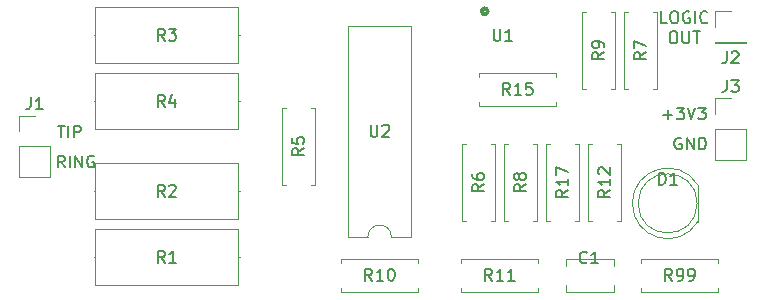
<source format=gto>
G04 #@! TF.GenerationSoftware,KiCad,Pcbnew,5.0.2-bee76a0~70~ubuntu18.04.1*
G04 #@! TF.CreationDate,2019-03-23T13:43:10-04:00*
G04 #@! TF.ProjectId,linemonitor,6c696e65-6d6f-46e6-9974-6f722e6b6963,rev?*
G04 #@! TF.SameCoordinates,Original*
G04 #@! TF.FileFunction,Legend,Top*
G04 #@! TF.FilePolarity,Positive*
%FSLAX46Y46*%
G04 Gerber Fmt 4.6, Leading zero omitted, Abs format (unit mm)*
G04 Created by KiCad (PCBNEW 5.0.2-bee76a0~70~ubuntu18.04.1) date Sat 23 Mar 2019 01:43:10 PM EDT*
%MOMM*%
%LPD*%
G01*
G04 APERTURE LIST*
%ADD10C,0.200000*%
%ADD11C,0.120000*%
%ADD12C,0.300000*%
%ADD13C,0.150000*%
G04 APERTURE END LIST*
D10*
X122118619Y-88883380D02*
X121642428Y-88883380D01*
X121642428Y-87883380D01*
X122642428Y-87883380D02*
X122832904Y-87883380D01*
X122928142Y-87931000D01*
X123023380Y-88026238D01*
X123071000Y-88216714D01*
X123071000Y-88550047D01*
X123023380Y-88740523D01*
X122928142Y-88835761D01*
X122832904Y-88883380D01*
X122642428Y-88883380D01*
X122547190Y-88835761D01*
X122451952Y-88740523D01*
X122404333Y-88550047D01*
X122404333Y-88216714D01*
X122451952Y-88026238D01*
X122547190Y-87931000D01*
X122642428Y-87883380D01*
X124023380Y-87931000D02*
X123928142Y-87883380D01*
X123785285Y-87883380D01*
X123642428Y-87931000D01*
X123547190Y-88026238D01*
X123499571Y-88121476D01*
X123451952Y-88311952D01*
X123451952Y-88454809D01*
X123499571Y-88645285D01*
X123547190Y-88740523D01*
X123642428Y-88835761D01*
X123785285Y-88883380D01*
X123880523Y-88883380D01*
X124023380Y-88835761D01*
X124071000Y-88788142D01*
X124071000Y-88454809D01*
X123880523Y-88454809D01*
X124499571Y-88883380D02*
X124499571Y-87883380D01*
X125547190Y-88788142D02*
X125499571Y-88835761D01*
X125356714Y-88883380D01*
X125261476Y-88883380D01*
X125118619Y-88835761D01*
X125023380Y-88740523D01*
X124975761Y-88645285D01*
X124928142Y-88454809D01*
X124928142Y-88311952D01*
X124975761Y-88121476D01*
X125023380Y-88026238D01*
X125118619Y-87931000D01*
X125261476Y-87883380D01*
X125356714Y-87883380D01*
X125499571Y-87931000D01*
X125547190Y-87978619D01*
X122571000Y-89583380D02*
X122761476Y-89583380D01*
X122856714Y-89631000D01*
X122951952Y-89726238D01*
X122999571Y-89916714D01*
X122999571Y-90250047D01*
X122951952Y-90440523D01*
X122856714Y-90535761D01*
X122761476Y-90583380D01*
X122571000Y-90583380D01*
X122475761Y-90535761D01*
X122380523Y-90440523D01*
X122332904Y-90250047D01*
X122332904Y-89916714D01*
X122380523Y-89726238D01*
X122475761Y-89631000D01*
X122571000Y-89583380D01*
X123428142Y-89583380D02*
X123428142Y-90392904D01*
X123475761Y-90488142D01*
X123523380Y-90535761D01*
X123618619Y-90583380D01*
X123809095Y-90583380D01*
X123904333Y-90535761D01*
X123951952Y-90488142D01*
X123999571Y-90392904D01*
X123999571Y-89583380D01*
X124332904Y-89583380D02*
X124904333Y-89583380D01*
X124618619Y-90583380D02*
X124618619Y-89583380D01*
X121809095Y-96654928D02*
X122571000Y-96654928D01*
X122190047Y-97035880D02*
X122190047Y-96273976D01*
X122951952Y-96035880D02*
X123571000Y-96035880D01*
X123237666Y-96416833D01*
X123380523Y-96416833D01*
X123475761Y-96464452D01*
X123523380Y-96512071D01*
X123571000Y-96607309D01*
X123571000Y-96845404D01*
X123523380Y-96940642D01*
X123475761Y-96988261D01*
X123380523Y-97035880D01*
X123094809Y-97035880D01*
X122999571Y-96988261D01*
X122951952Y-96940642D01*
X123856714Y-96035880D02*
X124190047Y-97035880D01*
X124523380Y-96035880D01*
X124761476Y-96035880D02*
X125380523Y-96035880D01*
X125047190Y-96416833D01*
X125190047Y-96416833D01*
X125285285Y-96464452D01*
X125332904Y-96512071D01*
X125380523Y-96607309D01*
X125380523Y-96845404D01*
X125332904Y-96940642D01*
X125285285Y-96988261D01*
X125190047Y-97035880D01*
X124904333Y-97035880D01*
X124809095Y-96988261D01*
X124761476Y-96940642D01*
X123317095Y-98623500D02*
X123221857Y-98575880D01*
X123079000Y-98575880D01*
X122936142Y-98623500D01*
X122840904Y-98718738D01*
X122793285Y-98813976D01*
X122745666Y-99004452D01*
X122745666Y-99147309D01*
X122793285Y-99337785D01*
X122840904Y-99433023D01*
X122936142Y-99528261D01*
X123079000Y-99575880D01*
X123174238Y-99575880D01*
X123317095Y-99528261D01*
X123364714Y-99480642D01*
X123364714Y-99147309D01*
X123174238Y-99147309D01*
X123793285Y-99575880D02*
X123793285Y-98575880D01*
X124364714Y-99575880D01*
X124364714Y-98575880D01*
X124840904Y-99575880D02*
X124840904Y-98575880D01*
X125079000Y-98575880D01*
X125221857Y-98623500D01*
X125317095Y-98718738D01*
X125364714Y-98813976D01*
X125412333Y-99004452D01*
X125412333Y-99147309D01*
X125364714Y-99337785D01*
X125317095Y-99433023D01*
X125221857Y-99528261D01*
X125079000Y-99575880D01*
X124840904Y-99575880D01*
X71120119Y-101099880D02*
X70786785Y-100623690D01*
X70548690Y-101099880D02*
X70548690Y-100099880D01*
X70929642Y-100099880D01*
X71024880Y-100147500D01*
X71072500Y-100195119D01*
X71120119Y-100290357D01*
X71120119Y-100433214D01*
X71072500Y-100528452D01*
X71024880Y-100576071D01*
X70929642Y-100623690D01*
X70548690Y-100623690D01*
X71548690Y-101099880D02*
X71548690Y-100099880D01*
X72024880Y-101099880D02*
X72024880Y-100099880D01*
X72596309Y-101099880D01*
X72596309Y-100099880D01*
X73596309Y-100147500D02*
X73501071Y-100099880D01*
X73358214Y-100099880D01*
X73215357Y-100147500D01*
X73120119Y-100242738D01*
X73072500Y-100337976D01*
X73024880Y-100528452D01*
X73024880Y-100671309D01*
X73072500Y-100861785D01*
X73120119Y-100957023D01*
X73215357Y-101052261D01*
X73358214Y-101099880D01*
X73453452Y-101099880D01*
X73596309Y-101052261D01*
X73643928Y-101004642D01*
X73643928Y-100671309D01*
X73453452Y-100671309D01*
X70540690Y-97559880D02*
X71112119Y-97559880D01*
X70826404Y-98559880D02*
X70826404Y-97559880D01*
X71445452Y-98559880D02*
X71445452Y-97559880D01*
X71921642Y-98559880D02*
X71921642Y-97559880D01*
X72302595Y-97559880D01*
X72397833Y-97607500D01*
X72445452Y-97655119D01*
X72493071Y-97750357D01*
X72493071Y-97893214D01*
X72445452Y-97988452D01*
X72397833Y-98036071D01*
X72302595Y-98083690D01*
X71921642Y-98083690D01*
D11*
G04 #@! TO.C,C1*
X117610000Y-111656000D02*
X113570000Y-111656000D01*
X117610000Y-108816000D02*
X113570000Y-108816000D01*
X117610000Y-111656000D02*
X117610000Y-111031000D01*
X117610000Y-109441000D02*
X117610000Y-108816000D01*
X113570000Y-111656000D02*
X113570000Y-111031000D01*
X113570000Y-109441000D02*
X113570000Y-108816000D01*
G04 #@! TO.C,R1*
X85826000Y-111082000D02*
X85826000Y-106342000D01*
X85826000Y-106342000D02*
X73686000Y-106342000D01*
X73686000Y-106342000D02*
X73686000Y-111082000D01*
X73686000Y-111082000D02*
X85826000Y-111082000D01*
X85936000Y-108712000D02*
X85826000Y-108712000D01*
X73576000Y-108712000D02*
X73686000Y-108712000D01*
G04 #@! TO.C,R2*
X73576000Y-103124000D02*
X73686000Y-103124000D01*
X85936000Y-103124000D02*
X85826000Y-103124000D01*
X73686000Y-105494000D02*
X85826000Y-105494000D01*
X73686000Y-100754000D02*
X73686000Y-105494000D01*
X85826000Y-100754000D02*
X73686000Y-100754000D01*
X85826000Y-105494000D02*
X85826000Y-100754000D01*
G04 #@! TO.C,R3*
X85826000Y-92286000D02*
X85826000Y-87546000D01*
X85826000Y-87546000D02*
X73686000Y-87546000D01*
X73686000Y-87546000D02*
X73686000Y-92286000D01*
X73686000Y-92286000D02*
X85826000Y-92286000D01*
X85936000Y-89916000D02*
X85826000Y-89916000D01*
X73576000Y-89916000D02*
X73686000Y-89916000D01*
G04 #@! TO.C,R4*
X73576000Y-95504000D02*
X73686000Y-95504000D01*
X85936000Y-95504000D02*
X85826000Y-95504000D01*
X73686000Y-97874000D02*
X85826000Y-97874000D01*
X73686000Y-93134000D02*
X73686000Y-97874000D01*
X85826000Y-93134000D02*
X73686000Y-93134000D01*
X85826000Y-97874000D02*
X85826000Y-93134000D01*
G04 #@! TO.C,R5*
X89892000Y-102584000D02*
X89562000Y-102584000D01*
X89562000Y-102584000D02*
X89562000Y-96044000D01*
X89562000Y-96044000D02*
X89892000Y-96044000D01*
X91972000Y-102584000D02*
X92302000Y-102584000D01*
X92302000Y-102584000D02*
X92302000Y-96044000D01*
X92302000Y-96044000D02*
X91972000Y-96044000D01*
G04 #@! TO.C,R6*
X107542000Y-99092000D02*
X107212000Y-99092000D01*
X107542000Y-105632000D02*
X107542000Y-99092000D01*
X107212000Y-105632000D02*
X107542000Y-105632000D01*
X104802000Y-99092000D02*
X105132000Y-99092000D01*
X104802000Y-105632000D02*
X104802000Y-99092000D01*
X105132000Y-105632000D02*
X104802000Y-105632000D01*
G04 #@! TO.C,R7*
X120928000Y-87916000D02*
X121258000Y-87916000D01*
X121258000Y-87916000D02*
X121258000Y-94456000D01*
X121258000Y-94456000D02*
X120928000Y-94456000D01*
X118848000Y-87916000D02*
X118518000Y-87916000D01*
X118518000Y-87916000D02*
X118518000Y-94456000D01*
X118518000Y-94456000D02*
X118848000Y-94456000D01*
G04 #@! TO.C,R8*
X108358000Y-105632000D02*
X108688000Y-105632000D01*
X108358000Y-99092000D02*
X108358000Y-105632000D01*
X108688000Y-99092000D02*
X108358000Y-99092000D01*
X111098000Y-105632000D02*
X110768000Y-105632000D01*
X111098000Y-99092000D02*
X111098000Y-105632000D01*
X110768000Y-99092000D02*
X111098000Y-99092000D01*
G04 #@! TO.C,R9*
X117372000Y-87916000D02*
X117702000Y-87916000D01*
X117702000Y-87916000D02*
X117702000Y-94456000D01*
X117702000Y-94456000D02*
X117372000Y-94456000D01*
X115292000Y-87916000D02*
X114962000Y-87916000D01*
X114962000Y-87916000D02*
X114962000Y-94456000D01*
X114962000Y-94456000D02*
X115292000Y-94456000D01*
G04 #@! TO.C,R10*
X94520000Y-108866000D02*
X94520000Y-109196000D01*
X101060000Y-108866000D02*
X94520000Y-108866000D01*
X101060000Y-109196000D02*
X101060000Y-108866000D01*
X94520000Y-111606000D02*
X94520000Y-111276000D01*
X101060000Y-111606000D02*
X94520000Y-111606000D01*
X101060000Y-111276000D02*
X101060000Y-111606000D01*
G04 #@! TO.C,R11*
X104680000Y-108866000D02*
X104680000Y-109196000D01*
X111220000Y-108866000D02*
X104680000Y-108866000D01*
X111220000Y-109196000D02*
X111220000Y-108866000D01*
X104680000Y-111606000D02*
X104680000Y-111276000D01*
X111220000Y-111606000D02*
X104680000Y-111606000D01*
X111220000Y-111276000D02*
X111220000Y-111606000D01*
G04 #@! TO.C,R12*
X115800000Y-105632000D02*
X115470000Y-105632000D01*
X115470000Y-105632000D02*
X115470000Y-99092000D01*
X115470000Y-99092000D02*
X115800000Y-99092000D01*
X117880000Y-105632000D02*
X118210000Y-105632000D01*
X118210000Y-105632000D02*
X118210000Y-99092000D01*
X118210000Y-99092000D02*
X117880000Y-99092000D01*
G04 #@! TO.C,R15*
X106204000Y-93118000D02*
X106204000Y-93448000D01*
X112744000Y-93118000D02*
X106204000Y-93118000D01*
X112744000Y-93448000D02*
X112744000Y-93118000D01*
X106204000Y-95858000D02*
X106204000Y-95528000D01*
X112744000Y-95858000D02*
X106204000Y-95858000D01*
X112744000Y-95528000D02*
X112744000Y-95858000D01*
G04 #@! TO.C,R17*
X112244000Y-105632000D02*
X111914000Y-105632000D01*
X111914000Y-105632000D02*
X111914000Y-99092000D01*
X111914000Y-99092000D02*
X112244000Y-99092000D01*
X114324000Y-105632000D02*
X114654000Y-105632000D01*
X114654000Y-105632000D02*
X114654000Y-99092000D01*
X114654000Y-99092000D02*
X114324000Y-99092000D01*
D12*
G04 #@! TO.C,U1*
X106934000Y-87884000D02*
G75*
G03X106934000Y-87884000I-254000J0D01*
G01*
D11*
G04 #@! TO.C,U2*
X96790000Y-106994000D02*
G75*
G02X98790000Y-106994000I1000000J0D01*
G01*
X98790000Y-106994000D02*
X100440000Y-106994000D01*
X100440000Y-106994000D02*
X100440000Y-89094000D01*
X100440000Y-89094000D02*
X95140000Y-89094000D01*
X95140000Y-89094000D02*
X95140000Y-106994000D01*
X95140000Y-106994000D02*
X96790000Y-106994000D01*
G04 #@! TO.C,D1*
X124734000Y-105685000D02*
X124734000Y-102595000D01*
X124674000Y-104140000D02*
G75*
G03X124674000Y-104140000I-2500000J0D01*
G01*
X119184000Y-104139538D02*
G75*
G03X124734000Y-105684830I2990000J-462D01*
G01*
X119184000Y-104140462D02*
G75*
G02X124734000Y-102595170I2990000J462D01*
G01*
G04 #@! TO.C,R99*
X119920000Y-109196000D02*
X119920000Y-108866000D01*
X119920000Y-108866000D02*
X126460000Y-108866000D01*
X126460000Y-108866000D02*
X126460000Y-109196000D01*
X119920000Y-111276000D02*
X119920000Y-111606000D01*
X119920000Y-111606000D02*
X126460000Y-111606000D01*
X126460000Y-111606000D02*
X126460000Y-111276000D01*
G04 #@! TO.C,J2*
X126178000Y-90547500D02*
X128838000Y-90547500D01*
X126178000Y-90487500D02*
X126178000Y-90547500D01*
X128838000Y-90487500D02*
X128838000Y-90547500D01*
X126178000Y-90487500D02*
X128838000Y-90487500D01*
X126178000Y-89217500D02*
X126178000Y-87887500D01*
X126178000Y-87887500D02*
X127508000Y-87887500D01*
G04 #@! TO.C,J1*
X67250000Y-101914000D02*
X69910000Y-101914000D01*
X67250000Y-99314000D02*
X67250000Y-101914000D01*
X69910000Y-99314000D02*
X69910000Y-101914000D01*
X67250000Y-99314000D02*
X69910000Y-99314000D01*
X67250000Y-98044000D02*
X67250000Y-96714000D01*
X67250000Y-96714000D02*
X68580000Y-96714000D01*
G04 #@! TO.C,J3*
X126178000Y-95253500D02*
X127508000Y-95253500D01*
X126178000Y-96583500D02*
X126178000Y-95253500D01*
X126178000Y-97853500D02*
X128838000Y-97853500D01*
X128838000Y-97853500D02*
X128838000Y-100453500D01*
X126178000Y-97853500D02*
X126178000Y-100453500D01*
X126178000Y-100453500D02*
X128838000Y-100453500D01*
G04 #@! TO.C,C1*
D13*
X115339833Y-109132642D02*
X115292214Y-109180261D01*
X115149357Y-109227880D01*
X115054119Y-109227880D01*
X114911261Y-109180261D01*
X114816023Y-109085023D01*
X114768404Y-108989785D01*
X114720785Y-108799309D01*
X114720785Y-108656452D01*
X114768404Y-108465976D01*
X114816023Y-108370738D01*
X114911261Y-108275500D01*
X115054119Y-108227880D01*
X115149357Y-108227880D01*
X115292214Y-108275500D01*
X115339833Y-108323119D01*
X116292214Y-109227880D02*
X115720785Y-109227880D01*
X116006500Y-109227880D02*
X116006500Y-108227880D01*
X115911261Y-108370738D01*
X115816023Y-108465976D01*
X115720785Y-108513595D01*
G04 #@! TO.C,R1*
X79589333Y-109164380D02*
X79256000Y-108688190D01*
X79017904Y-109164380D02*
X79017904Y-108164380D01*
X79398857Y-108164380D01*
X79494095Y-108212000D01*
X79541714Y-108259619D01*
X79589333Y-108354857D01*
X79589333Y-108497714D01*
X79541714Y-108592952D01*
X79494095Y-108640571D01*
X79398857Y-108688190D01*
X79017904Y-108688190D01*
X80541714Y-109164380D02*
X79970285Y-109164380D01*
X80256000Y-109164380D02*
X80256000Y-108164380D01*
X80160761Y-108307238D01*
X80065523Y-108402476D01*
X79970285Y-108450095D01*
G04 #@! TO.C,R2*
X79589333Y-103576380D02*
X79256000Y-103100190D01*
X79017904Y-103576380D02*
X79017904Y-102576380D01*
X79398857Y-102576380D01*
X79494095Y-102624000D01*
X79541714Y-102671619D01*
X79589333Y-102766857D01*
X79589333Y-102909714D01*
X79541714Y-103004952D01*
X79494095Y-103052571D01*
X79398857Y-103100190D01*
X79017904Y-103100190D01*
X79970285Y-102671619D02*
X80017904Y-102624000D01*
X80113142Y-102576380D01*
X80351238Y-102576380D01*
X80446476Y-102624000D01*
X80494095Y-102671619D01*
X80541714Y-102766857D01*
X80541714Y-102862095D01*
X80494095Y-103004952D01*
X79922666Y-103576380D01*
X80541714Y-103576380D01*
G04 #@! TO.C,R3*
X79589333Y-90368380D02*
X79256000Y-89892190D01*
X79017904Y-90368380D02*
X79017904Y-89368380D01*
X79398857Y-89368380D01*
X79494095Y-89416000D01*
X79541714Y-89463619D01*
X79589333Y-89558857D01*
X79589333Y-89701714D01*
X79541714Y-89796952D01*
X79494095Y-89844571D01*
X79398857Y-89892190D01*
X79017904Y-89892190D01*
X79922666Y-89368380D02*
X80541714Y-89368380D01*
X80208380Y-89749333D01*
X80351238Y-89749333D01*
X80446476Y-89796952D01*
X80494095Y-89844571D01*
X80541714Y-89939809D01*
X80541714Y-90177904D01*
X80494095Y-90273142D01*
X80446476Y-90320761D01*
X80351238Y-90368380D01*
X80065523Y-90368380D01*
X79970285Y-90320761D01*
X79922666Y-90273142D01*
G04 #@! TO.C,R4*
X79589333Y-95956380D02*
X79256000Y-95480190D01*
X79017904Y-95956380D02*
X79017904Y-94956380D01*
X79398857Y-94956380D01*
X79494095Y-95004000D01*
X79541714Y-95051619D01*
X79589333Y-95146857D01*
X79589333Y-95289714D01*
X79541714Y-95384952D01*
X79494095Y-95432571D01*
X79398857Y-95480190D01*
X79017904Y-95480190D01*
X80446476Y-95289714D02*
X80446476Y-95956380D01*
X80208380Y-94908761D02*
X79970285Y-95623047D01*
X80589333Y-95623047D01*
G04 #@! TO.C,R5*
X91384380Y-99480666D02*
X90908190Y-99814000D01*
X91384380Y-100052095D02*
X90384380Y-100052095D01*
X90384380Y-99671142D01*
X90432000Y-99575904D01*
X90479619Y-99528285D01*
X90574857Y-99480666D01*
X90717714Y-99480666D01*
X90812952Y-99528285D01*
X90860571Y-99575904D01*
X90908190Y-99671142D01*
X90908190Y-100052095D01*
X90384380Y-98575904D02*
X90384380Y-99052095D01*
X90860571Y-99099714D01*
X90812952Y-99052095D01*
X90765333Y-98956857D01*
X90765333Y-98718761D01*
X90812952Y-98623523D01*
X90860571Y-98575904D01*
X90955809Y-98528285D01*
X91193904Y-98528285D01*
X91289142Y-98575904D01*
X91336761Y-98623523D01*
X91384380Y-98718761D01*
X91384380Y-98956857D01*
X91336761Y-99052095D01*
X91289142Y-99099714D01*
G04 #@! TO.C,R6*
X106624380Y-102528666D02*
X106148190Y-102862000D01*
X106624380Y-103100095D02*
X105624380Y-103100095D01*
X105624380Y-102719142D01*
X105672000Y-102623904D01*
X105719619Y-102576285D01*
X105814857Y-102528666D01*
X105957714Y-102528666D01*
X106052952Y-102576285D01*
X106100571Y-102623904D01*
X106148190Y-102719142D01*
X106148190Y-103100095D01*
X105624380Y-101671523D02*
X105624380Y-101862000D01*
X105672000Y-101957238D01*
X105719619Y-102004857D01*
X105862476Y-102100095D01*
X106052952Y-102147714D01*
X106433904Y-102147714D01*
X106529142Y-102100095D01*
X106576761Y-102052476D01*
X106624380Y-101957238D01*
X106624380Y-101766761D01*
X106576761Y-101671523D01*
X106529142Y-101623904D01*
X106433904Y-101576285D01*
X106195809Y-101576285D01*
X106100571Y-101623904D01*
X106052952Y-101671523D01*
X106005333Y-101766761D01*
X106005333Y-101957238D01*
X106052952Y-102052476D01*
X106100571Y-102100095D01*
X106195809Y-102147714D01*
G04 #@! TO.C,R7*
X120340380Y-91352666D02*
X119864190Y-91686000D01*
X120340380Y-91924095D02*
X119340380Y-91924095D01*
X119340380Y-91543142D01*
X119388000Y-91447904D01*
X119435619Y-91400285D01*
X119530857Y-91352666D01*
X119673714Y-91352666D01*
X119768952Y-91400285D01*
X119816571Y-91447904D01*
X119864190Y-91543142D01*
X119864190Y-91924095D01*
X119340380Y-91019333D02*
X119340380Y-90352666D01*
X120340380Y-90781238D01*
G04 #@! TO.C,R8*
X110180380Y-102528666D02*
X109704190Y-102862000D01*
X110180380Y-103100095D02*
X109180380Y-103100095D01*
X109180380Y-102719142D01*
X109228000Y-102623904D01*
X109275619Y-102576285D01*
X109370857Y-102528666D01*
X109513714Y-102528666D01*
X109608952Y-102576285D01*
X109656571Y-102623904D01*
X109704190Y-102719142D01*
X109704190Y-103100095D01*
X109608952Y-101957238D02*
X109561333Y-102052476D01*
X109513714Y-102100095D01*
X109418476Y-102147714D01*
X109370857Y-102147714D01*
X109275619Y-102100095D01*
X109228000Y-102052476D01*
X109180380Y-101957238D01*
X109180380Y-101766761D01*
X109228000Y-101671523D01*
X109275619Y-101623904D01*
X109370857Y-101576285D01*
X109418476Y-101576285D01*
X109513714Y-101623904D01*
X109561333Y-101671523D01*
X109608952Y-101766761D01*
X109608952Y-101957238D01*
X109656571Y-102052476D01*
X109704190Y-102100095D01*
X109799428Y-102147714D01*
X109989904Y-102147714D01*
X110085142Y-102100095D01*
X110132761Y-102052476D01*
X110180380Y-101957238D01*
X110180380Y-101766761D01*
X110132761Y-101671523D01*
X110085142Y-101623904D01*
X109989904Y-101576285D01*
X109799428Y-101576285D01*
X109704190Y-101623904D01*
X109656571Y-101671523D01*
X109608952Y-101766761D01*
G04 #@! TO.C,R9*
X116784380Y-91352666D02*
X116308190Y-91686000D01*
X116784380Y-91924095D02*
X115784380Y-91924095D01*
X115784380Y-91543142D01*
X115832000Y-91447904D01*
X115879619Y-91400285D01*
X115974857Y-91352666D01*
X116117714Y-91352666D01*
X116212952Y-91400285D01*
X116260571Y-91447904D01*
X116308190Y-91543142D01*
X116308190Y-91924095D01*
X116784380Y-90876476D02*
X116784380Y-90686000D01*
X116736761Y-90590761D01*
X116689142Y-90543142D01*
X116546285Y-90447904D01*
X116355809Y-90400285D01*
X115974857Y-90400285D01*
X115879619Y-90447904D01*
X115832000Y-90495523D01*
X115784380Y-90590761D01*
X115784380Y-90781238D01*
X115832000Y-90876476D01*
X115879619Y-90924095D01*
X115974857Y-90971714D01*
X116212952Y-90971714D01*
X116308190Y-90924095D01*
X116355809Y-90876476D01*
X116403428Y-90781238D01*
X116403428Y-90590761D01*
X116355809Y-90495523D01*
X116308190Y-90447904D01*
X116212952Y-90400285D01*
G04 #@! TO.C,R10*
X97147142Y-110688380D02*
X96813809Y-110212190D01*
X96575714Y-110688380D02*
X96575714Y-109688380D01*
X96956666Y-109688380D01*
X97051904Y-109736000D01*
X97099523Y-109783619D01*
X97147142Y-109878857D01*
X97147142Y-110021714D01*
X97099523Y-110116952D01*
X97051904Y-110164571D01*
X96956666Y-110212190D01*
X96575714Y-110212190D01*
X98099523Y-110688380D02*
X97528095Y-110688380D01*
X97813809Y-110688380D02*
X97813809Y-109688380D01*
X97718571Y-109831238D01*
X97623333Y-109926476D01*
X97528095Y-109974095D01*
X98718571Y-109688380D02*
X98813809Y-109688380D01*
X98909047Y-109736000D01*
X98956666Y-109783619D01*
X99004285Y-109878857D01*
X99051904Y-110069333D01*
X99051904Y-110307428D01*
X99004285Y-110497904D01*
X98956666Y-110593142D01*
X98909047Y-110640761D01*
X98813809Y-110688380D01*
X98718571Y-110688380D01*
X98623333Y-110640761D01*
X98575714Y-110593142D01*
X98528095Y-110497904D01*
X98480476Y-110307428D01*
X98480476Y-110069333D01*
X98528095Y-109878857D01*
X98575714Y-109783619D01*
X98623333Y-109736000D01*
X98718571Y-109688380D01*
G04 #@! TO.C,R11*
X107307142Y-110688380D02*
X106973809Y-110212190D01*
X106735714Y-110688380D02*
X106735714Y-109688380D01*
X107116666Y-109688380D01*
X107211904Y-109736000D01*
X107259523Y-109783619D01*
X107307142Y-109878857D01*
X107307142Y-110021714D01*
X107259523Y-110116952D01*
X107211904Y-110164571D01*
X107116666Y-110212190D01*
X106735714Y-110212190D01*
X108259523Y-110688380D02*
X107688095Y-110688380D01*
X107973809Y-110688380D02*
X107973809Y-109688380D01*
X107878571Y-109831238D01*
X107783333Y-109926476D01*
X107688095Y-109974095D01*
X109211904Y-110688380D02*
X108640476Y-110688380D01*
X108926190Y-110688380D02*
X108926190Y-109688380D01*
X108830952Y-109831238D01*
X108735714Y-109926476D01*
X108640476Y-109974095D01*
G04 #@! TO.C,R12*
X117292380Y-103004857D02*
X116816190Y-103338190D01*
X117292380Y-103576285D02*
X116292380Y-103576285D01*
X116292380Y-103195333D01*
X116340000Y-103100095D01*
X116387619Y-103052476D01*
X116482857Y-103004857D01*
X116625714Y-103004857D01*
X116720952Y-103052476D01*
X116768571Y-103100095D01*
X116816190Y-103195333D01*
X116816190Y-103576285D01*
X117292380Y-102052476D02*
X117292380Y-102623904D01*
X117292380Y-102338190D02*
X116292380Y-102338190D01*
X116435238Y-102433428D01*
X116530476Y-102528666D01*
X116578095Y-102623904D01*
X116387619Y-101671523D02*
X116340000Y-101623904D01*
X116292380Y-101528666D01*
X116292380Y-101290571D01*
X116340000Y-101195333D01*
X116387619Y-101147714D01*
X116482857Y-101100095D01*
X116578095Y-101100095D01*
X116720952Y-101147714D01*
X117292380Y-101719142D01*
X117292380Y-101100095D01*
G04 #@! TO.C,R15*
X108831142Y-94940380D02*
X108497809Y-94464190D01*
X108259714Y-94940380D02*
X108259714Y-93940380D01*
X108640666Y-93940380D01*
X108735904Y-93988000D01*
X108783523Y-94035619D01*
X108831142Y-94130857D01*
X108831142Y-94273714D01*
X108783523Y-94368952D01*
X108735904Y-94416571D01*
X108640666Y-94464190D01*
X108259714Y-94464190D01*
X109783523Y-94940380D02*
X109212095Y-94940380D01*
X109497809Y-94940380D02*
X109497809Y-93940380D01*
X109402571Y-94083238D01*
X109307333Y-94178476D01*
X109212095Y-94226095D01*
X110688285Y-93940380D02*
X110212095Y-93940380D01*
X110164476Y-94416571D01*
X110212095Y-94368952D01*
X110307333Y-94321333D01*
X110545428Y-94321333D01*
X110640666Y-94368952D01*
X110688285Y-94416571D01*
X110735904Y-94511809D01*
X110735904Y-94749904D01*
X110688285Y-94845142D01*
X110640666Y-94892761D01*
X110545428Y-94940380D01*
X110307333Y-94940380D01*
X110212095Y-94892761D01*
X110164476Y-94845142D01*
G04 #@! TO.C,R17*
X113736380Y-103004857D02*
X113260190Y-103338190D01*
X113736380Y-103576285D02*
X112736380Y-103576285D01*
X112736380Y-103195333D01*
X112784000Y-103100095D01*
X112831619Y-103052476D01*
X112926857Y-103004857D01*
X113069714Y-103004857D01*
X113164952Y-103052476D01*
X113212571Y-103100095D01*
X113260190Y-103195333D01*
X113260190Y-103576285D01*
X113736380Y-102052476D02*
X113736380Y-102623904D01*
X113736380Y-102338190D02*
X112736380Y-102338190D01*
X112879238Y-102433428D01*
X112974476Y-102528666D01*
X113022095Y-102623904D01*
X112736380Y-101719142D02*
X112736380Y-101052476D01*
X113736380Y-101481047D01*
G04 #@! TO.C,U1*
X107442095Y-89368380D02*
X107442095Y-90177904D01*
X107489714Y-90273142D01*
X107537333Y-90320761D01*
X107632571Y-90368380D01*
X107823047Y-90368380D01*
X107918285Y-90320761D01*
X107965904Y-90273142D01*
X108013523Y-90177904D01*
X108013523Y-89368380D01*
X109013523Y-90368380D02*
X108442095Y-90368380D01*
X108727809Y-90368380D02*
X108727809Y-89368380D01*
X108632571Y-89511238D01*
X108537333Y-89606476D01*
X108442095Y-89654095D01*
G04 #@! TO.C,U2*
X97028095Y-97496380D02*
X97028095Y-98305904D01*
X97075714Y-98401142D01*
X97123333Y-98448761D01*
X97218571Y-98496380D01*
X97409047Y-98496380D01*
X97504285Y-98448761D01*
X97551904Y-98401142D01*
X97599523Y-98305904D01*
X97599523Y-97496380D01*
X98028095Y-97591619D02*
X98075714Y-97544000D01*
X98170952Y-97496380D01*
X98409047Y-97496380D01*
X98504285Y-97544000D01*
X98551904Y-97591619D01*
X98599523Y-97686857D01*
X98599523Y-97782095D01*
X98551904Y-97924952D01*
X97980476Y-98496380D01*
X98599523Y-98496380D01*
G04 #@! TO.C,D1*
X121435904Y-102560380D02*
X121435904Y-101560380D01*
X121674000Y-101560380D01*
X121816857Y-101608000D01*
X121912095Y-101703238D01*
X121959714Y-101798476D01*
X122007333Y-101988952D01*
X122007333Y-102131809D01*
X121959714Y-102322285D01*
X121912095Y-102417523D01*
X121816857Y-102512761D01*
X121674000Y-102560380D01*
X121435904Y-102560380D01*
X122959714Y-102560380D02*
X122388285Y-102560380D01*
X122674000Y-102560380D02*
X122674000Y-101560380D01*
X122578761Y-101703238D01*
X122483523Y-101798476D01*
X122388285Y-101846095D01*
G04 #@! TO.C,R99*
X122547142Y-110688380D02*
X122213809Y-110212190D01*
X121975714Y-110688380D02*
X121975714Y-109688380D01*
X122356666Y-109688380D01*
X122451904Y-109736000D01*
X122499523Y-109783619D01*
X122547142Y-109878857D01*
X122547142Y-110021714D01*
X122499523Y-110116952D01*
X122451904Y-110164571D01*
X122356666Y-110212190D01*
X121975714Y-110212190D01*
X123023333Y-110688380D02*
X123213809Y-110688380D01*
X123309047Y-110640761D01*
X123356666Y-110593142D01*
X123451904Y-110450285D01*
X123499523Y-110259809D01*
X123499523Y-109878857D01*
X123451904Y-109783619D01*
X123404285Y-109736000D01*
X123309047Y-109688380D01*
X123118571Y-109688380D01*
X123023333Y-109736000D01*
X122975714Y-109783619D01*
X122928095Y-109878857D01*
X122928095Y-110116952D01*
X122975714Y-110212190D01*
X123023333Y-110259809D01*
X123118571Y-110307428D01*
X123309047Y-110307428D01*
X123404285Y-110259809D01*
X123451904Y-110212190D01*
X123499523Y-110116952D01*
X123975714Y-110688380D02*
X124166190Y-110688380D01*
X124261428Y-110640761D01*
X124309047Y-110593142D01*
X124404285Y-110450285D01*
X124451904Y-110259809D01*
X124451904Y-109878857D01*
X124404285Y-109783619D01*
X124356666Y-109736000D01*
X124261428Y-109688380D01*
X124070952Y-109688380D01*
X123975714Y-109736000D01*
X123928095Y-109783619D01*
X123880476Y-109878857D01*
X123880476Y-110116952D01*
X123928095Y-110212190D01*
X123975714Y-110259809D01*
X124070952Y-110307428D01*
X124261428Y-110307428D01*
X124356666Y-110259809D01*
X124404285Y-110212190D01*
X124451904Y-110116952D01*
G04 #@! TO.C,J2*
X127174666Y-91273380D02*
X127174666Y-91987666D01*
X127127047Y-92130523D01*
X127031809Y-92225761D01*
X126888952Y-92273380D01*
X126793714Y-92273380D01*
X127603238Y-91368619D02*
X127650857Y-91321000D01*
X127746095Y-91273380D01*
X127984190Y-91273380D01*
X128079428Y-91321000D01*
X128127047Y-91368619D01*
X128174666Y-91463857D01*
X128174666Y-91559095D01*
X128127047Y-91701952D01*
X127555619Y-92273380D01*
X128174666Y-92273380D01*
G04 #@! TO.C,J1*
X68246666Y-95166380D02*
X68246666Y-95880666D01*
X68199047Y-96023523D01*
X68103809Y-96118761D01*
X67960952Y-96166380D01*
X67865714Y-96166380D01*
X69246666Y-96166380D02*
X68675238Y-96166380D01*
X68960952Y-96166380D02*
X68960952Y-95166380D01*
X68865714Y-95309238D01*
X68770476Y-95404476D01*
X68675238Y-95452095D01*
G04 #@! TO.C,J3*
X127174666Y-93705880D02*
X127174666Y-94420166D01*
X127127047Y-94563023D01*
X127031809Y-94658261D01*
X126888952Y-94705880D01*
X126793714Y-94705880D01*
X127555619Y-93705880D02*
X128174666Y-93705880D01*
X127841333Y-94086833D01*
X127984190Y-94086833D01*
X128079428Y-94134452D01*
X128127047Y-94182071D01*
X128174666Y-94277309D01*
X128174666Y-94515404D01*
X128127047Y-94610642D01*
X128079428Y-94658261D01*
X127984190Y-94705880D01*
X127698476Y-94705880D01*
X127603238Y-94658261D01*
X127555619Y-94610642D01*
G04 #@! TD*
M02*

</source>
